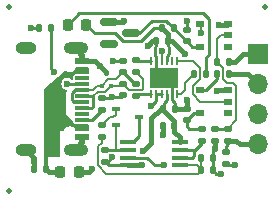
<source format=gbr>
%TF.GenerationSoftware,KiCad,Pcbnew,7.0.8-7.0.8~ubuntu22.04.1*%
%TF.CreationDate,2023-10-30T09:28:09+01:00*%
%TF.ProjectId,usb2serial-autovtg,75736232-7365-4726-9961-6c2d6175746f,rev?*%
%TF.SameCoordinates,Original*%
%TF.FileFunction,Copper,L1,Top*%
%TF.FilePolarity,Positive*%
%FSLAX46Y46*%
G04 Gerber Fmt 4.6, Leading zero omitted, Abs format (unit mm)*
G04 Created by KiCad (PCBNEW 7.0.8-7.0.8~ubuntu22.04.1) date 2023-10-30 09:28:09*
%MOMM*%
%LPD*%
G01*
G04 APERTURE LIST*
G04 Aperture macros list*
%AMRoundRect*
0 Rectangle with rounded corners*
0 $1 Rounding radius*
0 $2 $3 $4 $5 $6 $7 $8 $9 X,Y pos of 4 corners*
0 Add a 4 corners polygon primitive as box body*
4,1,4,$2,$3,$4,$5,$6,$7,$8,$9,$2,$3,0*
0 Add four circle primitives for the rounded corners*
1,1,$1+$1,$2,$3*
1,1,$1+$1,$4,$5*
1,1,$1+$1,$6,$7*
1,1,$1+$1,$8,$9*
0 Add four rect primitives between the rounded corners*
20,1,$1+$1,$2,$3,$4,$5,0*
20,1,$1+$1,$4,$5,$6,$7,0*
20,1,$1+$1,$6,$7,$8,$9,0*
20,1,$1+$1,$8,$9,$2,$3,0*%
G04 Aperture macros list end*
%TA.AperFunction,SMDPad,CuDef*%
%ADD10RoundRect,0.140000X0.170000X-0.140000X0.170000X0.140000X-0.170000X0.140000X-0.170000X-0.140000X0*%
%TD*%
%TA.AperFunction,SMDPad,CuDef*%
%ADD11RoundRect,0.140000X-0.170000X0.140000X-0.170000X-0.140000X0.170000X-0.140000X0.170000X0.140000X0*%
%TD*%
%TA.AperFunction,SMDPad,CuDef*%
%ADD12RoundRect,0.140000X0.140000X0.170000X-0.140000X0.170000X-0.140000X-0.170000X0.140000X-0.170000X0*%
%TD*%
%TA.AperFunction,SMDPad,CuDef*%
%ADD13RoundRect,0.140000X-0.140000X-0.170000X0.140000X-0.170000X0.140000X0.170000X-0.140000X0.170000X0*%
%TD*%
%TA.AperFunction,SMDPad,CuDef*%
%ADD14RoundRect,0.218750X-0.218750X-0.256250X0.218750X-0.256250X0.218750X0.256250X-0.218750X0.256250X0*%
%TD*%
%TA.AperFunction,SMDPad,CuDef*%
%ADD15RoundRect,0.135000X0.185000X-0.135000X0.185000X0.135000X-0.185000X0.135000X-0.185000X-0.135000X0*%
%TD*%
%TA.AperFunction,SMDPad,CuDef*%
%ADD16RoundRect,0.135000X-0.185000X0.135000X-0.185000X-0.135000X0.185000X-0.135000X0.185000X0.135000X0*%
%TD*%
%TA.AperFunction,SMDPad,CuDef*%
%ADD17RoundRect,0.135000X0.135000X0.185000X-0.135000X0.185000X-0.135000X-0.185000X0.135000X-0.185000X0*%
%TD*%
%TA.AperFunction,SMDPad,CuDef*%
%ADD18R,0.250000X0.700000*%
%TD*%
%TA.AperFunction,SMDPad,CuDef*%
%ADD19R,2.380000X1.660000*%
%TD*%
%TA.AperFunction,SMDPad,CuDef*%
%ADD20R,0.700000X0.510000*%
%TD*%
%TA.AperFunction,ComponentPad*%
%ADD21R,1.700000X1.700000*%
%TD*%
%TA.AperFunction,ComponentPad*%
%ADD22O,1.700000X1.700000*%
%TD*%
%TA.AperFunction,SMDPad,CuDef*%
%ADD23RoundRect,0.135000X-0.135000X-0.185000X0.135000X-0.185000X0.135000X0.185000X-0.135000X0.185000X0*%
%TD*%
%TA.AperFunction,SMDPad,CuDef*%
%ADD24C,0.500000*%
%TD*%
%TA.AperFunction,SMDPad,CuDef*%
%ADD25RoundRect,0.150000X-0.587500X-0.150000X0.587500X-0.150000X0.587500X0.150000X-0.587500X0.150000X0*%
%TD*%
%TA.AperFunction,SMDPad,CuDef*%
%ADD26RoundRect,0.218750X0.218750X0.256250X-0.218750X0.256250X-0.218750X-0.256250X0.218750X-0.256250X0*%
%TD*%
%TA.AperFunction,SMDPad,CuDef*%
%ADD27R,0.400000X0.450000*%
%TD*%
%TA.AperFunction,SMDPad,CuDef*%
%ADD28R,0.700000X0.450000*%
%TD*%
%TA.AperFunction,SMDPad,CuDef*%
%ADD29R,1.150000X0.600000*%
%TD*%
%TA.AperFunction,SMDPad,CuDef*%
%ADD30R,1.150000X0.300000*%
%TD*%
%TA.AperFunction,ComponentPad*%
%ADD31O,2.100000X1.000000*%
%TD*%
%TA.AperFunction,ComponentPad*%
%ADD32O,1.800000X1.000000*%
%TD*%
%TA.AperFunction,SMDPad,CuDef*%
%ADD33R,1.450000X0.450000*%
%TD*%
%TA.AperFunction,ViaPad*%
%ADD34C,0.600000*%
%TD*%
%TA.AperFunction,Conductor*%
%ADD35C,0.250000*%
%TD*%
%TA.AperFunction,Conductor*%
%ADD36C,0.500000*%
%TD*%
%TA.AperFunction,Conductor*%
%ADD37C,0.200000*%
%TD*%
%TA.AperFunction,Conductor*%
%ADD38C,0.400000*%
%TD*%
G04 APERTURE END LIST*
D10*
X144800000Y-74700000D03*
X144800000Y-73740000D03*
D11*
X144800000Y-75720000D03*
X144800000Y-76680000D03*
D12*
X148580000Y-72100000D03*
X147620000Y-72100000D03*
D13*
X148220000Y-77800000D03*
X149180000Y-77800000D03*
D14*
X140125000Y-70700000D03*
X141700000Y-70700000D03*
D15*
X145900000Y-76720000D03*
X145900000Y-75700000D03*
D16*
X145900000Y-73680000D03*
X145900000Y-74700000D03*
D17*
X151820000Y-74900000D03*
X150800000Y-74900000D03*
D18*
X147175000Y-76600000D03*
X147625000Y-76600000D03*
X148075000Y-76600000D03*
X148525000Y-76600000D03*
X148975000Y-76600000D03*
X149425000Y-76600000D03*
X149425000Y-73800000D03*
X148975000Y-73800000D03*
X148525000Y-73800000D03*
X148075000Y-73800000D03*
X147625000Y-73800000D03*
X147175000Y-73800000D03*
D19*
X148300000Y-75200000D03*
D20*
X153660000Y-72550000D03*
X153660000Y-71600000D03*
X153660000Y-70650000D03*
X151340000Y-70650000D03*
X151340000Y-72550000D03*
D21*
X156200000Y-73200000D03*
D22*
X156200000Y-75740000D03*
X156200000Y-78280000D03*
X156200000Y-80820000D03*
D17*
X153800000Y-73850000D03*
X152780000Y-73850000D03*
X149110000Y-71000000D03*
X148090000Y-71000000D03*
D16*
X143000000Y-79190000D03*
X143000000Y-80210000D03*
D23*
X151390000Y-82000000D03*
X152410000Y-82000000D03*
D15*
X151500000Y-80510000D03*
X151500000Y-79490000D03*
D16*
X153500000Y-81490000D03*
X153500000Y-82510000D03*
D17*
X153800000Y-74900000D03*
X152780000Y-74900000D03*
D24*
X135200000Y-69200000D03*
D25*
X143625000Y-70450000D03*
X143625000Y-72350000D03*
X145500000Y-71400000D03*
D23*
X137690000Y-71000000D03*
X138710000Y-71000000D03*
D13*
X151440000Y-83000000D03*
X152400000Y-83000000D03*
D12*
X149160000Y-79300000D03*
X148200000Y-79300000D03*
D26*
X141087500Y-83200000D03*
X139512500Y-83200000D03*
D16*
X153700000Y-79490000D03*
X153700000Y-80510000D03*
D20*
X153660000Y-78150000D03*
X153660000Y-77200000D03*
X153660000Y-76250000D03*
X151340000Y-76250000D03*
X151340000Y-78150000D03*
D15*
X152600000Y-80510000D03*
X152600000Y-79490000D03*
D10*
X150200000Y-72080000D03*
X150200000Y-71120000D03*
D24*
X135200000Y-84800000D03*
D27*
X143000000Y-75850000D03*
X143800000Y-75850000D03*
X143400000Y-74800000D03*
D24*
X156800000Y-69200000D03*
D16*
X143000000Y-76880000D03*
X143000000Y-77900000D03*
D15*
X143300000Y-82300000D03*
X143300000Y-81280000D03*
D10*
X150200000Y-78800000D03*
X150200000Y-77840000D03*
D28*
X144200000Y-77850000D03*
X144200000Y-79150000D03*
X146200000Y-78500000D03*
D29*
X141380000Y-73800000D03*
X141380000Y-74600000D03*
D30*
X141380000Y-75750000D03*
X141380000Y-76750000D03*
X141380000Y-77250000D03*
X141380000Y-78250000D03*
D29*
X141380000Y-79400000D03*
X141380000Y-80200000D03*
X141380000Y-80200000D03*
X141380000Y-79400000D03*
D30*
X141380000Y-78750000D03*
X141380000Y-77750000D03*
X141380000Y-76250000D03*
X141380000Y-75250000D03*
D29*
X141380000Y-74600000D03*
X141380000Y-73800000D03*
D31*
X140805000Y-72680000D03*
D32*
X136625000Y-72680000D03*
D31*
X140805000Y-81320000D03*
D32*
X136625000Y-81320000D03*
D33*
X145200000Y-80650000D03*
X145200000Y-81300000D03*
X145200000Y-81950000D03*
X145200000Y-82600000D03*
X149600000Y-82600000D03*
X149600000Y-81950000D03*
X149600000Y-81300000D03*
X149600000Y-80650000D03*
D12*
X138260000Y-82900000D03*
X137300000Y-82900000D03*
D34*
X147400000Y-75200000D03*
X143900000Y-76800000D03*
X150200000Y-70400000D03*
X152800000Y-76300000D03*
X152600000Y-81200000D03*
X137000000Y-71000000D03*
X142900000Y-74200000D03*
X137300000Y-82200000D03*
X153100000Y-83300000D03*
X149200000Y-75200000D03*
X148200000Y-80000000D03*
X150200000Y-77100000D03*
X144900000Y-70400000D03*
X152900000Y-70700000D03*
X146900000Y-72500000D03*
X143900000Y-81900000D03*
X146400000Y-82600000D03*
X144000000Y-73800000D03*
X150100000Y-73200000D03*
X147200000Y-77600000D03*
X142200000Y-82900000D03*
X146500000Y-81398500D03*
X148100000Y-72900000D03*
X151400000Y-71400000D03*
X154300000Y-82600000D03*
X148300000Y-82600000D03*
X139000000Y-74700000D03*
X140100000Y-75700000D03*
D35*
X143900000Y-76800000D02*
X144680000Y-76800000D01*
D36*
X141380000Y-80200000D02*
X141380000Y-80745000D01*
D37*
X148975000Y-75695000D02*
X148895000Y-75615000D01*
D38*
X153610000Y-70700000D02*
X153660000Y-70650000D01*
D35*
X149200000Y-77300000D02*
X149200000Y-77800000D01*
D38*
X152600000Y-80510000D02*
X152600000Y-81200000D01*
X147300000Y-72100000D02*
X146900000Y-72500000D01*
X147620000Y-72100000D02*
X147300000Y-72100000D01*
D35*
X143820000Y-76880000D02*
X143900000Y-76800000D01*
X152400000Y-83000000D02*
X152400000Y-82010000D01*
X150200000Y-71100000D02*
X150200000Y-70400000D01*
X143600000Y-82600000D02*
X145200000Y-82600000D01*
X148975000Y-77075000D02*
X149200000Y-77300000D01*
D38*
X143400000Y-74700000D02*
X142900000Y-74200000D01*
D35*
X137690000Y-71000000D02*
X137000000Y-71000000D01*
X147500000Y-73275000D02*
X147500000Y-72600000D01*
D38*
X152900000Y-70700000D02*
X153610000Y-70700000D01*
D37*
X147625000Y-74705000D02*
X147705000Y-74785000D01*
D35*
X143300000Y-82300000D02*
X143500000Y-82300000D01*
X147625000Y-73400000D02*
X147500000Y-73275000D01*
X148975000Y-76600000D02*
X148975000Y-77075000D01*
D38*
X148200000Y-79300000D02*
X148200000Y-80000000D01*
D35*
X148975000Y-76600000D02*
X148975000Y-75875000D01*
D38*
X142900000Y-74200000D02*
X142480000Y-73780000D01*
D36*
X141380000Y-80745000D02*
X140805000Y-81320000D01*
D35*
X144800000Y-73740000D02*
X144060000Y-73740000D01*
D38*
X152850000Y-76250000D02*
X152800000Y-76300000D01*
X153660000Y-76250000D02*
X152850000Y-76250000D01*
D35*
X152400000Y-82010000D02*
X152410000Y-82000000D01*
X148975000Y-75875000D02*
X148300000Y-75200000D01*
X144060000Y-73740000D02*
X144000000Y-73800000D01*
D38*
X150160000Y-77800000D02*
X150200000Y-77840000D01*
X150200000Y-77840000D02*
X150200000Y-77100000D01*
D35*
X147625000Y-73800000D02*
X147625000Y-73400000D01*
X152700000Y-83300000D02*
X152400000Y-83000000D01*
D38*
X137300000Y-82900000D02*
X137300000Y-82200000D01*
D35*
X152410000Y-82000000D02*
X152410000Y-81390000D01*
D38*
X137300000Y-82200000D02*
X137300000Y-81995000D01*
D35*
X144680000Y-76800000D02*
X144800000Y-76680000D01*
X143000000Y-76880000D02*
X143820000Y-76880000D01*
X147620000Y-72100000D02*
X147620000Y-72480000D01*
D38*
X144850000Y-70450000D02*
X144900000Y-70400000D01*
X145200000Y-82600000D02*
X146400000Y-82600000D01*
D35*
X143500000Y-82300000D02*
X143900000Y-81900000D01*
D38*
X149180000Y-77800000D02*
X150160000Y-77800000D01*
X137300000Y-81995000D02*
X136625000Y-81320000D01*
D35*
X153100000Y-83300000D02*
X152700000Y-83300000D01*
D36*
X141380000Y-73255000D02*
X140805000Y-72680000D01*
D35*
X147625000Y-73800000D02*
X147625000Y-74525000D01*
X152410000Y-81390000D02*
X152600000Y-81200000D01*
X147620000Y-72480000D02*
X147500000Y-72600000D01*
D38*
X142480000Y-73780000D02*
X141375000Y-73780000D01*
D36*
X141380000Y-73800000D02*
X141380000Y-73255000D01*
D38*
X143400000Y-74800000D02*
X143400000Y-74700000D01*
D35*
X147625000Y-74525000D02*
X148300000Y-75200000D01*
X143300000Y-82300000D02*
X143600000Y-82600000D01*
D38*
X143625000Y-70450000D02*
X144850000Y-70450000D01*
X148580000Y-71490000D02*
X148090000Y-71000000D01*
D35*
X148580000Y-72480000D02*
X148700000Y-72600000D01*
X148580000Y-72100000D02*
X148580000Y-72480000D01*
X148525000Y-73375000D02*
X148700000Y-73200000D01*
X147400000Y-71000000D02*
X148090000Y-71000000D01*
X147625000Y-77175000D02*
X147200000Y-77600000D01*
X148700000Y-73200000D02*
X148700000Y-72600000D01*
D38*
X148580000Y-72100000D02*
X148580000Y-71490000D01*
D35*
X148525000Y-73800000D02*
X148525000Y-73375000D01*
X142400000Y-71400000D02*
X144100000Y-71400000D01*
X144100000Y-71400000D02*
X144800000Y-72100000D01*
X141700000Y-70700000D02*
X142400000Y-71400000D01*
X146300000Y-72100000D02*
X147400000Y-71000000D01*
X148075000Y-76600000D02*
X147625000Y-76600000D01*
D38*
X149000000Y-72100000D02*
X148580000Y-72100000D01*
D35*
X144800000Y-72100000D02*
X146300000Y-72100000D01*
X147625000Y-76600000D02*
X147625000Y-77175000D01*
D38*
X150100000Y-73200000D02*
X149000000Y-72100000D01*
D35*
X148525000Y-76600000D02*
X148525000Y-77075000D01*
X148525000Y-77075000D02*
X148240000Y-77360000D01*
D38*
X147200000Y-80698500D02*
X146500000Y-81398500D01*
X141087500Y-83200000D02*
X141900000Y-83200000D01*
X148000000Y-77800000D02*
X147200000Y-78600000D01*
X148220000Y-77920000D02*
X149160000Y-78860000D01*
X149160000Y-79300000D02*
X149160000Y-79760000D01*
D35*
X148240000Y-77360000D02*
X148240000Y-77800000D01*
D38*
X148220000Y-77800000D02*
X148220000Y-77920000D01*
X147200000Y-78600000D02*
X147200000Y-80698500D01*
X148220000Y-77800000D02*
X148000000Y-77800000D01*
X149160000Y-79760000D02*
X149600000Y-80200000D01*
X141900000Y-83200000D02*
X142200000Y-82900000D01*
X149160000Y-78860000D02*
X149160000Y-79300000D01*
X149600000Y-80200000D02*
X149600000Y-80650000D01*
D35*
X151612500Y-69712500D02*
X152100000Y-70200000D01*
X141112500Y-69712500D02*
X151612500Y-69712500D01*
X151820000Y-73480000D02*
X151820000Y-74900000D01*
X140125000Y-70700000D02*
X141112500Y-69712500D01*
X152100000Y-70200000D02*
X152100000Y-73200000D01*
X152100000Y-73200000D02*
X151820000Y-73480000D01*
D37*
X153300000Y-74370000D02*
X153300000Y-75300000D01*
X153100000Y-71600000D02*
X152780000Y-71920000D01*
X153300000Y-75300000D02*
X153600000Y-75600000D01*
D35*
X152600000Y-79490000D02*
X153700000Y-79490000D01*
D37*
X154400000Y-78790000D02*
X153700000Y-79490000D01*
X153660000Y-71600000D02*
X153100000Y-71600000D01*
X152780000Y-71920000D02*
X152780000Y-73850000D01*
X152780000Y-73850000D02*
X153300000Y-74370000D01*
X154400000Y-75900000D02*
X154400000Y-78790000D01*
X153600000Y-75600000D02*
X154100000Y-75600000D01*
X154100000Y-75600000D02*
X154400000Y-75900000D01*
D38*
X154720000Y-80820000D02*
X154410000Y-80510000D01*
D35*
X153500000Y-81490000D02*
X153500000Y-81000000D01*
X153700000Y-80800000D02*
X153500000Y-81000000D01*
X153700000Y-80510000D02*
X153700000Y-80800000D01*
D38*
X154410000Y-80510000D02*
X153700000Y-80510000D01*
X156200000Y-80820000D02*
X154720000Y-80820000D01*
X155360000Y-74900000D02*
X153800000Y-74900000D01*
X156200000Y-75740000D02*
X155360000Y-74900000D01*
X154950000Y-73200000D02*
X154300000Y-73850000D01*
X156200000Y-73200000D02*
X154950000Y-73200000D01*
X153800000Y-73850000D02*
X154300000Y-73850000D01*
D37*
X149425000Y-76600000D02*
X149700000Y-76600000D01*
X149700000Y-76600000D02*
X150100000Y-76200000D01*
X150100000Y-75600000D02*
X150800000Y-74900000D01*
X150100000Y-76200000D02*
X150100000Y-75600000D01*
X151300000Y-75300000D02*
X150700000Y-75900000D01*
X151300000Y-74400000D02*
X150700000Y-73800000D01*
X150700000Y-76596000D02*
X151304000Y-77200000D01*
X149425000Y-73800000D02*
X150700000Y-73800000D01*
X150700000Y-75900000D02*
X150700000Y-76596000D01*
X151304000Y-77200000D02*
X153660000Y-77200000D01*
X151300000Y-74400000D02*
X151300000Y-75300000D01*
X151400000Y-70710000D02*
X151340000Y-70650000D01*
X148075000Y-73800000D02*
X148075000Y-72925000D01*
X148075000Y-72925000D02*
X148100000Y-72900000D01*
X151400000Y-71400000D02*
X151400000Y-70710000D01*
D35*
X146200000Y-71400000D02*
X147250000Y-70350000D01*
X151340000Y-72550000D02*
X150670000Y-72550000D01*
X147250000Y-70350000D02*
X148470000Y-70350000D01*
X150670000Y-72550000D02*
X150200000Y-72080000D01*
X145500000Y-71400000D02*
X146200000Y-71400000D01*
X148470000Y-70350000D02*
X150200000Y-72080000D01*
D37*
X151040000Y-82600000D02*
X151440000Y-83000000D01*
X142700000Y-82600000D02*
X143400000Y-83300000D01*
X143000000Y-80210000D02*
X143000000Y-80700000D01*
X151140000Y-83300000D02*
X151440000Y-83000000D01*
X142700000Y-81000000D02*
X142700000Y-82600000D01*
X143400000Y-83300000D02*
X151140000Y-83300000D01*
X151390000Y-82950000D02*
X151440000Y-83000000D01*
X151390000Y-82000000D02*
X151390000Y-82950000D01*
X143000000Y-80700000D02*
X142700000Y-81000000D01*
X149600000Y-82600000D02*
X151040000Y-82600000D01*
D35*
X150200000Y-79300000D02*
X150400000Y-79500000D01*
X151340000Y-78150000D02*
X150850000Y-78150000D01*
X150850000Y-78150000D02*
X150200000Y-78800000D01*
X151500000Y-79500000D02*
X150400000Y-79500000D01*
X150200000Y-79300000D02*
X150200000Y-78800000D01*
X143320000Y-81300000D02*
X143300000Y-81280000D01*
X145200000Y-81300000D02*
X144200000Y-81300000D01*
D37*
X144200000Y-79150000D02*
X144200000Y-81300000D01*
D35*
X144200000Y-81300000D02*
X143320000Y-81300000D01*
X153590000Y-82600000D02*
X153500000Y-82510000D01*
X146853500Y-81953500D02*
X145203500Y-81953500D01*
X147500000Y-82600000D02*
X146853500Y-81953500D01*
X154300000Y-82600000D02*
X153590000Y-82600000D01*
X145203500Y-81953500D02*
X145200000Y-81950000D01*
X148300000Y-82600000D02*
X147500000Y-82600000D01*
X150650000Y-81950000D02*
X150800000Y-81800000D01*
X150800000Y-81400000D02*
X150700000Y-81300000D01*
X149600000Y-81950000D02*
X150650000Y-81950000D01*
X151500000Y-80510000D02*
X151500000Y-80700000D01*
X151500000Y-80700000D02*
X150800000Y-81400000D01*
X150800000Y-81800000D02*
X150800000Y-81400000D01*
X150700000Y-81300000D02*
X149600000Y-81300000D01*
X151850000Y-76250000D02*
X152780000Y-75320000D01*
X152780000Y-75320000D02*
X152780000Y-74900000D01*
X151850000Y-76250000D02*
X151340000Y-76250000D01*
X146200000Y-80100000D02*
X145650000Y-80650000D01*
X146200000Y-78500000D02*
X146200000Y-80100000D01*
X145650000Y-80650000D02*
X145200000Y-80650000D01*
X141380000Y-75750000D02*
X140150000Y-75750000D01*
X138710000Y-74410000D02*
X139000000Y-74700000D01*
X138710000Y-71000000D02*
X138710000Y-74410000D01*
X140150000Y-75750000D02*
X140100000Y-75700000D01*
X142150000Y-78750000D02*
X143000000Y-77900000D01*
X141380000Y-78750000D02*
X142150000Y-78750000D01*
D37*
X143550000Y-75300000D02*
X143000000Y-75850000D01*
D35*
X140770000Y-76230000D02*
X141375000Y-76230000D01*
X140630000Y-77230000D02*
X140500000Y-77100000D01*
D37*
X142650000Y-75850000D02*
X142250000Y-76250000D01*
D35*
X140500000Y-77100000D02*
X140500000Y-76500000D01*
X145800000Y-75700000D02*
X144800000Y-74700000D01*
D37*
X142250000Y-76250000D02*
X141380000Y-76250000D01*
D35*
X145900000Y-75700000D02*
X145800000Y-75700000D01*
X140500000Y-76500000D02*
X140770000Y-76230000D01*
D37*
X144200000Y-75300000D02*
X143550000Y-75300000D01*
X143000000Y-75850000D02*
X142650000Y-75850000D01*
X144200000Y-75300000D02*
X144800000Y-74700000D01*
D35*
X141375000Y-77230000D02*
X140630000Y-77230000D01*
X142230000Y-76730000D02*
X142300000Y-76800000D01*
X141375000Y-77730000D02*
X142170000Y-77730000D01*
D37*
X144670000Y-75850000D02*
X144800000Y-75720000D01*
X145900000Y-74700000D02*
X146500000Y-75300000D01*
X146400000Y-76200000D02*
X145280000Y-76200000D01*
X142663812Y-76380000D02*
X142300000Y-76743812D01*
X143295000Y-76380000D02*
X142663812Y-76380000D01*
D35*
X142170000Y-77730000D02*
X142300000Y-77600000D01*
D37*
X143800000Y-75850000D02*
X143800000Y-75875000D01*
X146500000Y-75300000D02*
X146500000Y-76100000D01*
X143800000Y-75850000D02*
X144670000Y-75850000D01*
D35*
X141375000Y-76730000D02*
X142230000Y-76730000D01*
D37*
X143800000Y-75875000D02*
X143295000Y-76380000D01*
X145280000Y-76200000D02*
X144800000Y-75720000D01*
D35*
X142300000Y-77600000D02*
X142300000Y-76800000D01*
D37*
X146500000Y-76100000D02*
X146400000Y-76200000D01*
X142300000Y-76743812D02*
X142300000Y-76800000D01*
D35*
X147175000Y-76600000D02*
X146020000Y-76600000D01*
X146020000Y-76600000D02*
X145900000Y-76720000D01*
X147175000Y-73800000D02*
X146020000Y-73800000D01*
X146020000Y-73800000D02*
X145900000Y-73680000D01*
D38*
X139512500Y-83200000D02*
X138560000Y-83200000D01*
X138560000Y-83200000D02*
X138260000Y-82900000D01*
D37*
X144200000Y-77850000D02*
X144200000Y-78300000D01*
X143690000Y-78500000D02*
X143000000Y-79190000D01*
X144000000Y-78500000D02*
X143690000Y-78500000D01*
X144200000Y-78300000D02*
X144000000Y-78500000D01*
%TA.AperFunction,Conductor*%
G36*
X141859191Y-74319407D02*
G01*
X141895155Y-74368907D01*
X141900000Y-74399500D01*
X141900000Y-74800500D01*
X141881093Y-74858691D01*
X141831593Y-74894655D01*
X141801000Y-74899500D01*
X140785252Y-74899500D01*
X140785251Y-74899500D01*
X140785241Y-74899501D01*
X140726772Y-74911132D01*
X140726766Y-74911134D01*
X140660451Y-74955445D01*
X140660445Y-74955451D01*
X140616134Y-75021766D01*
X140616132Y-75021772D01*
X140604501Y-75080241D01*
X140604500Y-75080253D01*
X140604500Y-75241812D01*
X140592849Y-75288408D01*
X140589317Y-75295029D01*
X140545246Y-75337473D01*
X140484644Y-75345906D01*
X140437833Y-75320933D01*
X140436481Y-75322495D01*
X140431127Y-75317856D01*
X140310057Y-75240049D01*
X140310054Y-75240047D01*
X140310053Y-75240047D01*
X140310050Y-75240046D01*
X140171964Y-75199500D01*
X140171961Y-75199500D01*
X140028039Y-75199500D01*
X140028035Y-75199500D01*
X139889949Y-75240046D01*
X139889942Y-75240049D01*
X139768873Y-75317855D01*
X139674622Y-75426628D01*
X139614834Y-75557543D01*
X139594353Y-75699997D01*
X139594353Y-75700002D01*
X139614834Y-75842456D01*
X139674622Y-75973371D01*
X139674623Y-75973373D01*
X139674717Y-75973481D01*
X139768873Y-76082144D01*
X139816569Y-76112796D01*
X139889947Y-76159953D01*
X140000484Y-76192409D01*
X140050991Y-76226945D01*
X140071553Y-76284572D01*
X140054315Y-76343279D01*
X140042597Y-76357402D01*
X140000000Y-76399999D01*
X140000000Y-76400000D01*
X140000000Y-77600000D01*
X140000000Y-78300000D01*
X140494382Y-78800000D01*
X140579828Y-78883875D01*
X140607574Y-78935208D01*
X140616132Y-78978228D01*
X140616133Y-78978231D01*
X140660448Y-79044552D01*
X140726769Y-79088867D01*
X140771231Y-79097711D01*
X140785241Y-79100498D01*
X140785246Y-79100498D01*
X140785252Y-79100500D01*
X140785253Y-79100500D01*
X141801000Y-79100500D01*
X141859191Y-79119407D01*
X141895155Y-79168907D01*
X141900000Y-79199500D01*
X141900000Y-79600500D01*
X141881093Y-79658691D01*
X141831593Y-79694655D01*
X141801000Y-79699500D01*
X140915159Y-79699500D01*
X140856968Y-79680593D01*
X140823695Y-79638386D01*
X140815896Y-79619560D01*
X140807698Y-79599767D01*
X140715451Y-79479549D01*
X140595233Y-79387302D01*
X140455236Y-79329313D01*
X140455234Y-79329312D01*
X140455232Y-79329312D01*
X140342720Y-79314500D01*
X140267280Y-79314500D01*
X140267279Y-79314500D01*
X140154767Y-79329312D01*
X140154761Y-79329314D01*
X140014768Y-79387301D01*
X139894551Y-79479547D01*
X139894547Y-79479551D01*
X139802301Y-79599768D01*
X139786098Y-79638886D01*
X139746361Y-79685412D01*
X139694634Y-79700000D01*
X139500000Y-79700000D01*
X139500000Y-79700001D01*
X139500000Y-81801000D01*
X139481093Y-81859191D01*
X139431593Y-81895155D01*
X139401000Y-81900000D01*
X138500000Y-81900000D01*
X138500000Y-81900001D01*
X138500000Y-83101000D01*
X138481093Y-83159191D01*
X138431593Y-83195155D01*
X138401000Y-83200000D01*
X138199000Y-83200000D01*
X138140809Y-83181093D01*
X138104845Y-83131593D01*
X138100000Y-83101000D01*
X138100000Y-76243934D01*
X138118907Y-76185743D01*
X138132575Y-76170526D01*
X139866783Y-74601481D01*
X139922615Y-74576462D01*
X139982494Y-74589040D01*
X139993455Y-74596344D01*
X140014767Y-74612698D01*
X140154764Y-74670687D01*
X140267280Y-74685500D01*
X140267281Y-74685500D01*
X140342719Y-74685500D01*
X140342720Y-74685500D01*
X140455236Y-74670687D01*
X140595233Y-74612698D01*
X140715451Y-74520451D01*
X140807698Y-74400233D01*
X140823695Y-74361614D01*
X140863432Y-74315088D01*
X140915159Y-74300500D01*
X141801000Y-74300500D01*
X141859191Y-74319407D01*
G37*
%TD.AperFunction*%
M02*

</source>
